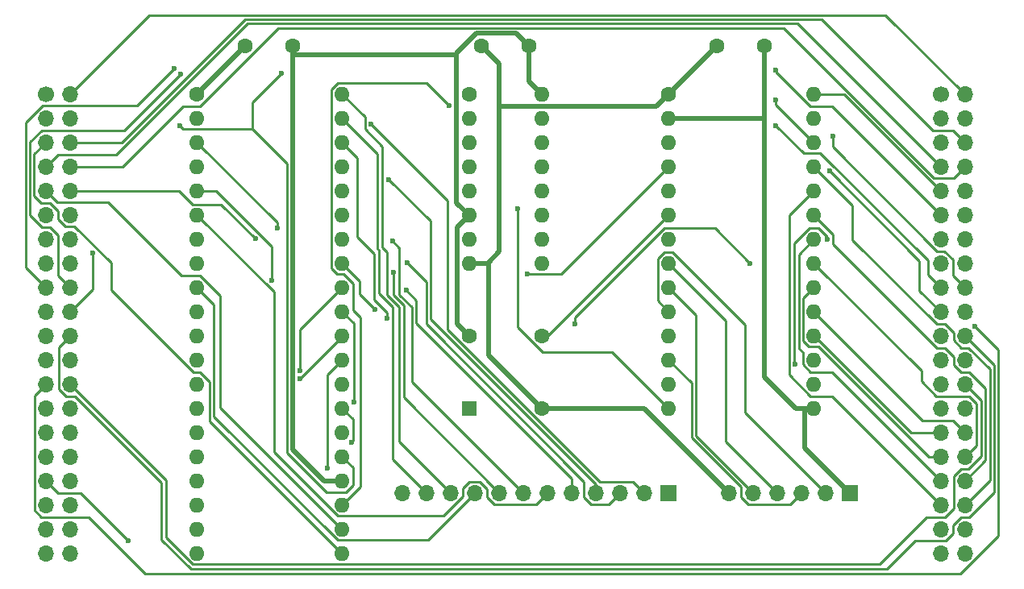
<source format=gbr>
%TF.GenerationSoftware,KiCad,Pcbnew,(5.1.8)-1*%
%TF.CreationDate,2020-12-28T18:03:26+00:00*%
%TF.ProjectId,io-board,696f2d62-6f61-4726-942e-6b696361645f,rev?*%
%TF.SameCoordinates,Original*%
%TF.FileFunction,Copper,L2,Bot*%
%TF.FilePolarity,Positive*%
%FSLAX46Y46*%
G04 Gerber Fmt 4.6, Leading zero omitted, Abs format (unit mm)*
G04 Created by KiCad (PCBNEW (5.1.8)-1) date 2020-12-28 18:03:26*
%MOMM*%
%LPD*%
G01*
G04 APERTURE LIST*
%TA.AperFunction,ComponentPad*%
%ADD10C,1.600000*%
%TD*%
%TA.AperFunction,ComponentPad*%
%ADD11O,1.700000X1.700000*%
%TD*%
%TA.AperFunction,ComponentPad*%
%ADD12R,1.700000X1.700000*%
%TD*%
%TA.AperFunction,ComponentPad*%
%ADD13O,1.600000X1.600000*%
%TD*%
%TA.AperFunction,ComponentPad*%
%ADD14C,1.700000*%
%TD*%
%TA.AperFunction,ComponentPad*%
%ADD15R,1.600000X1.600000*%
%TD*%
%TA.AperFunction,ViaPad*%
%ADD16C,0.600000*%
%TD*%
%TA.AperFunction,Conductor*%
%ADD17C,0.500000*%
%TD*%
%TA.AperFunction,Conductor*%
%ADD18C,0.250000*%
%TD*%
G04 APERTURE END LIST*
D10*
%TO.P,C3,1*%
%TO.N,GND*%
X116205000Y-60960000D03*
%TO.P,C3,2*%
%TO.N,+5V*%
X121205000Y-60960000D03*
%TD*%
%TO.P,C2,1*%
%TO.N,GND*%
X91440000Y-60960000D03*
%TO.P,C2,2*%
%TO.N,+5V*%
X96440000Y-60960000D03*
%TD*%
%TO.P,C1,1*%
%TO.N,GND*%
X66675000Y-60960000D03*
%TO.P,C1,2*%
%TO.N,+5V*%
X71675000Y-60960000D03*
%TD*%
D11*
%TO.P,J3,12*%
%TO.N,GND*%
X83185000Y-107950000D03*
%TO.P,J3,11*%
%TO.N,CA2*%
X85725000Y-107950000D03*
%TO.P,J3,10*%
%TO.N,CA1*%
X88265000Y-107950000D03*
%TO.P,J3,9*%
%TO.N,PA7*%
X90805000Y-107950000D03*
%TO.P,J3,8*%
%TO.N,PA6*%
X93345000Y-107950000D03*
%TO.P,J3,7*%
%TO.N,PA5*%
X95885000Y-107950000D03*
%TO.P,J3,6*%
%TO.N,PA4*%
X98425000Y-107950000D03*
%TO.P,J3,5*%
%TO.N,PA3*%
X100965000Y-107950000D03*
%TO.P,J3,4*%
%TO.N,PA2*%
X103505000Y-107950000D03*
%TO.P,J3,3*%
%TO.N,PA1*%
X106045000Y-107950000D03*
%TO.P,J3,2*%
%TO.N,PA0*%
X108585000Y-107950000D03*
D12*
%TO.P,J3,1*%
%TO.N,+5V*%
X111125000Y-107950000D03*
%TD*%
D13*
%TO.P,U1,40*%
%TO.N,CA1*%
X76835000Y-66040000D03*
%TO.P,U1,20*%
%TO.N,+5V*%
X61595000Y-114300000D03*
%TO.P,U1,39*%
%TO.N,CA2*%
X76835000Y-68580000D03*
%TO.P,U1,19*%
%TO.N,CB2*%
X61595000Y-111760000D03*
%TO.P,U1,38*%
%TO.N,A0*%
X76835000Y-71120000D03*
%TO.P,U1,18*%
%TO.N,CB1*%
X61595000Y-109220000D03*
%TO.P,U1,37*%
%TO.N,A1*%
X76835000Y-73660000D03*
%TO.P,U1,17*%
%TO.N,PB7*%
X61595000Y-106680000D03*
%TO.P,U1,36*%
%TO.N,A2*%
X76835000Y-76200000D03*
%TO.P,U1,16*%
%TO.N,PB6*%
X61595000Y-104140000D03*
%TO.P,U1,35*%
%TO.N,A3*%
X76835000Y-78740000D03*
%TO.P,U1,15*%
%TO.N,PB5*%
X61595000Y-101600000D03*
%TO.P,U1,34*%
%TO.N,!RESET*%
X76835000Y-81280000D03*
%TO.P,U1,14*%
%TO.N,PB4*%
X61595000Y-99060000D03*
%TO.P,U1,33*%
%TO.N,D0*%
X76835000Y-83820000D03*
%TO.P,U1,13*%
%TO.N,PB3*%
X61595000Y-96520000D03*
%TO.P,U1,32*%
%TO.N,D1*%
X76835000Y-86360000D03*
%TO.P,U1,12*%
%TO.N,PB2*%
X61595000Y-93980000D03*
%TO.P,U1,31*%
%TO.N,D2*%
X76835000Y-88900000D03*
%TO.P,U1,11*%
%TO.N,PB1*%
X61595000Y-91440000D03*
%TO.P,U1,30*%
%TO.N,D3*%
X76835000Y-91440000D03*
%TO.P,U1,10*%
%TO.N,PB0*%
X61595000Y-88900000D03*
%TO.P,U1,29*%
%TO.N,D4*%
X76835000Y-93980000D03*
%TO.P,U1,9*%
%TO.N,PA7*%
X61595000Y-86360000D03*
%TO.P,U1,28*%
%TO.N,D5*%
X76835000Y-96520000D03*
%TO.P,U1,8*%
%TO.N,PA6*%
X61595000Y-83820000D03*
%TO.P,U1,27*%
%TO.N,D6*%
X76835000Y-99060000D03*
%TO.P,U1,7*%
%TO.N,PA5*%
X61595000Y-81280000D03*
%TO.P,U1,26*%
%TO.N,D7*%
X76835000Y-101600000D03*
%TO.P,U1,6*%
%TO.N,PA4*%
X61595000Y-78740000D03*
%TO.P,U1,25*%
%TO.N,PHI2*%
X76835000Y-104140000D03*
%TO.P,U1,5*%
%TO.N,PA3*%
X61595000Y-76200000D03*
%TO.P,U1,24*%
%TO.N,+5V*%
X76835000Y-106680000D03*
%TO.P,U1,4*%
%TO.N,PA2*%
X61595000Y-73660000D03*
%TO.P,U1,23*%
%TO.N,!PARALLEL_SELECT*%
X76835000Y-109220000D03*
%TO.P,U1,3*%
%TO.N,PA1*%
X61595000Y-71120000D03*
%TO.P,U1,22*%
%TO.N,R!W*%
X76835000Y-111760000D03*
%TO.P,U1,2*%
%TO.N,PA0*%
X61595000Y-68580000D03*
%TO.P,U1,21*%
%TO.N,!IRQ*%
X76835000Y-114300000D03*
D10*
%TO.P,U1,1*%
%TO.N,GND*%
X61595000Y-66040000D03*
%TD*%
D11*
%TO.P,J5,6*%
%TO.N,GND*%
X117475000Y-107950000D03*
%TO.P,J5,5*%
%TO.N,CTS*%
X120015000Y-107950000D03*
%TO.P,J5,4*%
%TO.N,RTS*%
X122555000Y-107950000D03*
%TO.P,J5,3*%
%TO.N,RXD*%
X125095000Y-107950000D03*
%TO.P,J5,2*%
%TO.N,TXD*%
X127635000Y-107950000D03*
D12*
%TO.P,J5,1*%
%TO.N,+5V*%
X130175000Y-107950000D03*
%TD*%
D11*
%TO.P,J2,40*%
%TO.N,GND*%
X142240000Y-114300000D03*
%TO.P,J2,39*%
X139700000Y-114300000D03*
%TO.P,J2,38*%
%TO.N,+5V*%
X142240000Y-111760000D03*
%TO.P,J2,37*%
X139700000Y-111760000D03*
%TO.P,J2,36*%
%TO.N,D7*%
X142240000Y-109220000D03*
%TO.P,J2,35*%
%TO.N,D6*%
X139700000Y-109220000D03*
%TO.P,J2,34*%
%TO.N,D5*%
X142240000Y-106680000D03*
%TO.P,J2,33*%
%TO.N,D4*%
X139700000Y-106680000D03*
%TO.P,J2,32*%
%TO.N,D3*%
X142240000Y-104140000D03*
%TO.P,J2,31*%
%TO.N,D2*%
X139700000Y-104140000D03*
%TO.P,J2,30*%
%TO.N,D1*%
X142240000Y-101600000D03*
%TO.P,J2,29*%
%TO.N,D0*%
X139700000Y-101600000D03*
%TO.P,J2,28*%
%TO.N,A15*%
X142240000Y-99060000D03*
%TO.P,J2,27*%
%TO.N,A14*%
X139700000Y-99060000D03*
%TO.P,J2,26*%
%TO.N,A13*%
X142240000Y-96520000D03*
%TO.P,J2,25*%
%TO.N,A12*%
X139700000Y-96520000D03*
%TO.P,J2,24*%
%TO.N,A11*%
X142240000Y-93980000D03*
%TO.P,J2,23*%
%TO.N,A10*%
X139700000Y-93980000D03*
%TO.P,J2,22*%
%TO.N,A9*%
X142240000Y-91440000D03*
%TO.P,J2,21*%
%TO.N,A8*%
X139700000Y-91440000D03*
%TO.P,J2,20*%
%TO.N,A7*%
X142240000Y-88900000D03*
%TO.P,J2,19*%
%TO.N,A6*%
X139700000Y-88900000D03*
%TO.P,J2,18*%
%TO.N,A5*%
X142240000Y-86360000D03*
%TO.P,J2,17*%
%TO.N,A4*%
X139700000Y-86360000D03*
%TO.P,J2,16*%
%TO.N,A3*%
X142240000Y-83820000D03*
%TO.P,J2,15*%
%TO.N,A2*%
X139700000Y-83820000D03*
%TO.P,J2,14*%
%TO.N,A1*%
X142240000Y-81280000D03*
%TO.P,J2,13*%
%TO.N,A0*%
X139700000Y-81280000D03*
%TO.P,J2,12*%
%TO.N,!P_SELECT*%
X142240000Y-78740000D03*
%TO.P,J2,11*%
%TO.N,RDY*%
X139700000Y-78740000D03*
%TO.P,J2,10*%
%TO.N,!RESET*%
X142240000Y-76200000D03*
%TO.P,J2,9*%
%TO.N,R!W*%
X139700000Y-76200000D03*
%TO.P,J2,8*%
%TO.N,!WRITE*%
X142240000Y-73660000D03*
%TO.P,J2,7*%
%TO.N,!READ*%
X139700000Y-73660000D03*
%TO.P,J2,6*%
%TO.N,!NMI*%
X142240000Y-71120000D03*
%TO.P,J2,5*%
%TO.N,!IRQ*%
X139700000Y-71120000D03*
%TO.P,J2,4*%
%TO.N,PHI2*%
X142240000Y-68580000D03*
%TO.P,J2,3*%
%TO.N,PHI1*%
X139700000Y-68580000D03*
%TO.P,J2,2*%
%TO.N,CLK*%
X142240000Y-66040000D03*
D14*
%TO.P,J2,1*%
%TO.N,GND*%
X139700000Y-66040000D03*
%TD*%
D10*
%TO.P,X1,4*%
%TO.N,GND*%
X97790000Y-99060000D03*
%TO.P,X1,5*%
%TO.N,CLK_S*%
X97790000Y-91440000D03*
%TO.P,X1,8*%
%TO.N,+5V*%
X90170000Y-91440000D03*
D15*
%TO.P,X1,1*%
%TO.N,Net-(X1-Pad1)*%
X90170000Y-99060000D03*
%TD*%
D13*
%TO.P,U2,16*%
%TO.N,+5V*%
X97790000Y-66040000D03*
%TO.P,U2,8*%
%TO.N,GND*%
X90170000Y-83820000D03*
%TO.P,U2,15*%
%TO.N,!PARALLEL_SELECT*%
X97790000Y-68580000D03*
%TO.P,U2,7*%
%TO.N,Net-(U2-Pad7)*%
X90170000Y-81280000D03*
%TO.P,U2,14*%
%TO.N,!SERIAL_SELECT*%
X97790000Y-71120000D03*
%TO.P,U2,6*%
%TO.N,+5V*%
X90170000Y-78740000D03*
%TO.P,U2,13*%
%TO.N,Net-(U2-Pad13)*%
X97790000Y-73660000D03*
%TO.P,U2,5*%
%TO.N,A7*%
X90170000Y-76200000D03*
%TO.P,U2,12*%
%TO.N,Net-(U2-Pad12)*%
X97790000Y-76200000D03*
%TO.P,U2,4*%
%TO.N,!P_SELECT*%
X90170000Y-73660000D03*
%TO.P,U2,11*%
%TO.N,Net-(U2-Pad11)*%
X97790000Y-78740000D03*
%TO.P,U2,3*%
%TO.N,A6*%
X90170000Y-71120000D03*
%TO.P,U2,10*%
%TO.N,Net-(U2-Pad10)*%
X97790000Y-81280000D03*
%TO.P,U2,2*%
%TO.N,A5*%
X90170000Y-68580000D03*
%TO.P,U2,9*%
%TO.N,Net-(U2-Pad9)*%
X97790000Y-83820000D03*
D10*
%TO.P,U2,1*%
%TO.N,A4*%
X90170000Y-66040000D03*
%TD*%
D13*
%TO.P,U3,28*%
%TO.N,R!W*%
X126365000Y-66040000D03*
%TO.P,U3,14*%
%TO.N,A1*%
X111125000Y-99060000D03*
%TO.P,U3,27*%
%TO.N,PHI2*%
X126365000Y-68580000D03*
%TO.P,U3,13*%
%TO.N,A0*%
X111125000Y-96520000D03*
%TO.P,U3,26*%
%TO.N,!IRQ*%
X126365000Y-71120000D03*
%TO.P,U3,12*%
%TO.N,RXD*%
X111125000Y-93980000D03*
%TO.P,U3,25*%
%TO.N,D7*%
X126365000Y-73660000D03*
%TO.P,U3,11*%
%TO.N,Net-(U3-Pad11)*%
X111125000Y-91440000D03*
%TO.P,U3,24*%
%TO.N,D6*%
X126365000Y-76200000D03*
%TO.P,U3,10*%
%TO.N,TXD*%
X111125000Y-88900000D03*
%TO.P,U3,23*%
%TO.N,D5*%
X126365000Y-78740000D03*
%TO.P,U3,9*%
%TO.N,CTS*%
X111125000Y-86360000D03*
%TO.P,U3,22*%
%TO.N,D4*%
X126365000Y-81280000D03*
%TO.P,U3,8*%
%TO.N,RTS*%
X111125000Y-83820000D03*
%TO.P,U3,21*%
%TO.N,D3*%
X126365000Y-83820000D03*
%TO.P,U3,7*%
%TO.N,Net-(U3-Pad7)*%
X111125000Y-81280000D03*
%TO.P,U3,20*%
%TO.N,D2*%
X126365000Y-86360000D03*
%TO.P,U3,6*%
%TO.N,CLK_S*%
X111125000Y-78740000D03*
%TO.P,U3,19*%
%TO.N,D1*%
X126365000Y-88900000D03*
%TO.P,U3,5*%
%TO.N,Net-(U3-Pad5)*%
X111125000Y-76200000D03*
%TO.P,U3,18*%
%TO.N,D0*%
X126365000Y-91440000D03*
%TO.P,U3,4*%
%TO.N,!RESET*%
X111125000Y-73660000D03*
%TO.P,U3,17*%
%TO.N,Net-(U3-Pad17)*%
X126365000Y-93980000D03*
%TO.P,U3,3*%
%TO.N,!SERIAL_SELECT*%
X111125000Y-71120000D03*
%TO.P,U3,16*%
%TO.N,Net-(U3-Pad16)*%
X126365000Y-96520000D03*
%TO.P,U3,2*%
%TO.N,+5V*%
X111125000Y-68580000D03*
%TO.P,U3,15*%
X126365000Y-99060000D03*
D10*
%TO.P,U3,1*%
%TO.N,GND*%
X111125000Y-66040000D03*
%TD*%
D11*
%TO.P,J1,40*%
%TO.N,GND*%
X48260000Y-114300000D03*
%TO.P,J1,39*%
X45720000Y-114300000D03*
%TO.P,J1,38*%
%TO.N,+5V*%
X48260000Y-111760000D03*
%TO.P,J1,37*%
X45720000Y-111760000D03*
%TO.P,J1,36*%
%TO.N,D7*%
X48260000Y-109220000D03*
%TO.P,J1,35*%
%TO.N,D6*%
X45720000Y-109220000D03*
%TO.P,J1,34*%
%TO.N,D5*%
X48260000Y-106680000D03*
%TO.P,J1,33*%
%TO.N,D4*%
X45720000Y-106680000D03*
%TO.P,J1,32*%
%TO.N,D3*%
X48260000Y-104140000D03*
%TO.P,J1,31*%
%TO.N,D2*%
X45720000Y-104140000D03*
%TO.P,J1,30*%
%TO.N,D1*%
X48260000Y-101600000D03*
%TO.P,J1,29*%
%TO.N,D0*%
X45720000Y-101600000D03*
%TO.P,J1,28*%
%TO.N,A15*%
X48260000Y-99060000D03*
%TO.P,J1,27*%
%TO.N,A14*%
X45720000Y-99060000D03*
%TO.P,J1,26*%
%TO.N,A13*%
X48260000Y-96520000D03*
%TO.P,J1,25*%
%TO.N,A12*%
X45720000Y-96520000D03*
%TO.P,J1,24*%
%TO.N,A11*%
X48260000Y-93980000D03*
%TO.P,J1,23*%
%TO.N,A10*%
X45720000Y-93980000D03*
%TO.P,J1,22*%
%TO.N,A9*%
X48260000Y-91440000D03*
%TO.P,J1,21*%
%TO.N,A8*%
X45720000Y-91440000D03*
%TO.P,J1,20*%
%TO.N,A7*%
X48260000Y-88900000D03*
%TO.P,J1,19*%
%TO.N,A6*%
X45720000Y-88900000D03*
%TO.P,J1,18*%
%TO.N,A5*%
X48260000Y-86360000D03*
%TO.P,J1,17*%
%TO.N,A4*%
X45720000Y-86360000D03*
%TO.P,J1,16*%
%TO.N,A3*%
X48260000Y-83820000D03*
%TO.P,J1,15*%
%TO.N,A2*%
X45720000Y-83820000D03*
%TO.P,J1,14*%
%TO.N,A1*%
X48260000Y-81280000D03*
%TO.P,J1,13*%
%TO.N,A0*%
X45720000Y-81280000D03*
%TO.P,J1,12*%
%TO.N,!P_SELECT*%
X48260000Y-78740000D03*
%TO.P,J1,11*%
%TO.N,RDY*%
X45720000Y-78740000D03*
%TO.P,J1,10*%
%TO.N,!RESET*%
X48260000Y-76200000D03*
%TO.P,J1,9*%
%TO.N,R!W*%
X45720000Y-76200000D03*
%TO.P,J1,8*%
%TO.N,!WRITE*%
X48260000Y-73660000D03*
%TO.P,J1,7*%
%TO.N,!READ*%
X45720000Y-73660000D03*
%TO.P,J1,6*%
%TO.N,!NMI*%
X48260000Y-71120000D03*
%TO.P,J1,5*%
%TO.N,!IRQ*%
X45720000Y-71120000D03*
%TO.P,J1,4*%
%TO.N,PHI2*%
X48260000Y-68580000D03*
%TO.P,J1,3*%
%TO.N,PHI1*%
X45720000Y-68580000D03*
%TO.P,J1,2*%
%TO.N,CLK*%
X48260000Y-66040000D03*
D14*
%TO.P,J1,1*%
%TO.N,GND*%
X45720000Y-66040000D03*
%TD*%
D16*
%TO.N,D6*%
X77829500Y-102606200D03*
%TO.N,D4*%
X54393300Y-112949300D03*
X75301300Y-105302000D03*
%TO.N,D3*%
X72429600Y-95955400D03*
X101315900Y-90222300D03*
X119688000Y-83820000D03*
%TO.N,D2*%
X78073900Y-98427800D03*
%TO.N,D1*%
X72439700Y-95060900D03*
%TO.N,D0*%
X80280100Y-88648300D03*
%TO.N,A12*%
X143276400Y-90403000D03*
%TO.N,A7*%
X50645700Y-82742100D03*
%TO.N,A6*%
X128054500Y-74135900D03*
%TO.N,A5*%
X59855200Y-63969100D03*
X128339700Y-70440000D03*
%TO.N,A4*%
X59210700Y-63346300D03*
X122386800Y-69319300D03*
%TO.N,A1*%
X95268600Y-78101600D03*
%TO.N,A0*%
X127792400Y-81280000D03*
X124429300Y-94379800D03*
X81549600Y-89586500D03*
%TO.N,!RESET*%
X67720500Y-81200300D03*
X96263400Y-84975500D03*
%TO.N,RDY*%
X122386800Y-63470800D03*
%TO.N,!IRQ*%
X122386800Y-66675000D03*
%TO.N,PHI2*%
X70495800Y-63885600D03*
X59786100Y-69344300D03*
%TO.N,PA6*%
X82219400Y-84798700D03*
%TO.N,PA5*%
X82112900Y-81496000D03*
%TO.N,PA3*%
X83570300Y-86625600D03*
X69482700Y-85597200D03*
%TO.N,PA2*%
X81743700Y-74989200D03*
%TO.N,PA1*%
X83634200Y-83723100D03*
X70004800Y-80148800D03*
%TO.N,PA0*%
X79854700Y-69223600D03*
%TO.N,!PARALLEL_SELECT*%
X88105000Y-67239500D03*
%TD*%
D17*
%TO.N,GND*%
X97790000Y-99060000D02*
X108585000Y-99060000D01*
X108585000Y-99060000D02*
X117475000Y-107950000D01*
X92189000Y-83706000D02*
X92189000Y-93459000D01*
X92189000Y-93459000D02*
X97790000Y-99060000D01*
X93345000Y-67310000D02*
X109855000Y-67310000D01*
X109855000Y-67310000D02*
X111125000Y-66040000D01*
X93345000Y-67310000D02*
X93345000Y-82550000D01*
X93345000Y-82550000D02*
X92189000Y-83706000D01*
X91440000Y-60960000D02*
X93345000Y-62865000D01*
X93345000Y-62865000D02*
X93345000Y-67310000D01*
X92189000Y-83706000D02*
X92075000Y-83820000D01*
X92075000Y-83820000D02*
X90170000Y-83820000D01*
X116205000Y-60960000D02*
X111125000Y-66040000D01*
X66675000Y-60960000D02*
X61595000Y-66040000D01*
%TO.N,+5V*%
X88880400Y-61937500D02*
X88880400Y-77450400D01*
X88880400Y-77450400D02*
X90170000Y-78740000D01*
X96440000Y-60960000D02*
X95139400Y-59659400D01*
X95139400Y-59659400D02*
X90944800Y-59659400D01*
X90944800Y-59659400D02*
X88880400Y-61723800D01*
X88880400Y-61723800D02*
X88880400Y-61937500D01*
X71675000Y-61937500D02*
X88880400Y-61937500D01*
X71675000Y-61937500D02*
X71675000Y-103425000D01*
X71675000Y-103425000D02*
X74930000Y-106680000D01*
X74930000Y-106680000D02*
X76835000Y-106680000D01*
X71675000Y-60960000D02*
X71675000Y-61937500D01*
X96440000Y-60960000D02*
X96440000Y-64690000D01*
X96440000Y-64690000D02*
X97790000Y-66040000D01*
X121205000Y-68580000D02*
X121205000Y-95805000D01*
X121205000Y-95805000D02*
X124460000Y-99060000D01*
X124460000Y-99060000D02*
X125412500Y-99060000D01*
X121205000Y-60960000D02*
X121205000Y-68580000D01*
X121205000Y-68580000D02*
X111125000Y-68580000D01*
X90170000Y-78740000D02*
X88913500Y-79996500D01*
X88913500Y-79996500D02*
X88913500Y-90183500D01*
X88913500Y-90183500D02*
X90170000Y-91440000D01*
X125412500Y-99060000D02*
X125412500Y-103187500D01*
X125412500Y-103187500D02*
X130175000Y-107950000D01*
X125412500Y-99060000D02*
X126365000Y-99060000D01*
D18*
%TO.N,D7*%
X126365000Y-73660000D02*
X130446300Y-77741300D01*
X130446300Y-77741300D02*
X130446300Y-81363500D01*
X130446300Y-81363500D02*
X139264700Y-90181900D01*
X139264700Y-90181900D02*
X140106100Y-90181900D01*
X140106100Y-90181900D02*
X141048600Y-91124400D01*
X141048600Y-91124400D02*
X141048600Y-91917300D01*
X141048600Y-91917300D02*
X141841300Y-92710000D01*
X141841300Y-92710000D02*
X142641300Y-92710000D01*
X142641300Y-92710000D02*
X144846000Y-94914700D01*
X144846000Y-94914700D02*
X144846000Y-106614000D01*
X144846000Y-106614000D02*
X142240000Y-109220000D01*
%TO.N,D6*%
X126365000Y-76200000D02*
X123801900Y-78763100D01*
X123801900Y-78763100D02*
X123801900Y-95552600D01*
X123801900Y-95552600D02*
X126039300Y-97790000D01*
X126039300Y-97790000D02*
X128270000Y-97790000D01*
X128270000Y-97790000D02*
X139700000Y-109220000D01*
X76835000Y-99060000D02*
X77970200Y-100195200D01*
X77970200Y-100195200D02*
X77970200Y-102465500D01*
X77970200Y-102465500D02*
X77829500Y-102606200D01*
%TO.N,D5*%
X142240000Y-106680000D02*
X144395600Y-104524400D01*
X144395600Y-104524400D02*
X144395600Y-96984000D01*
X144395600Y-96984000D02*
X142661600Y-95250000D01*
X142661600Y-95250000D02*
X141809000Y-95250000D01*
X141809000Y-95250000D02*
X141064600Y-94505600D01*
X141064600Y-94505600D02*
X141064600Y-93644600D01*
X141064600Y-93644600D02*
X140131700Y-92711700D01*
X140131700Y-92711700D02*
X139309200Y-92711700D01*
X139309200Y-92711700D02*
X128417700Y-81820200D01*
X128417700Y-81820200D02*
X128417700Y-80792700D01*
X128417700Y-80792700D02*
X126365000Y-78740000D01*
%TO.N,D4*%
X126365000Y-81280000D02*
X124782600Y-82862400D01*
X124782600Y-82862400D02*
X124782600Y-92757500D01*
X124782600Y-92757500D02*
X125223400Y-93198300D01*
X125223400Y-93198300D02*
X125223400Y-94456600D01*
X125223400Y-94456600D02*
X126016800Y-95250000D01*
X126016800Y-95250000D02*
X128270000Y-95250000D01*
X128270000Y-95250000D02*
X139700000Y-106680000D01*
X45720000Y-106680000D02*
X46990000Y-107950000D01*
X46990000Y-107950000D02*
X49394000Y-107950000D01*
X49394000Y-107950000D02*
X54393300Y-112949300D01*
X76835000Y-93980000D02*
X75301300Y-95513700D01*
X75301300Y-95513700D02*
X75301300Y-105302000D01*
%TO.N,D3*%
X119688000Y-83820000D02*
X116017000Y-80149000D01*
X116017000Y-80149000D02*
X110651100Y-80149000D01*
X110651100Y-80149000D02*
X101315900Y-89484200D01*
X101315900Y-89484200D02*
X101315900Y-90222300D01*
X76835000Y-91440000D02*
X76835000Y-91550000D01*
X76835000Y-91550000D02*
X72429600Y-95955400D01*
X142240000Y-104140000D02*
X143434300Y-102945700D01*
X143434300Y-102945700D02*
X143434300Y-98561600D01*
X143434300Y-98561600D02*
X142662700Y-97790000D01*
X142662700Y-97790000D02*
X139253000Y-97790000D01*
X139253000Y-97790000D02*
X137671900Y-96208900D01*
X137671900Y-96208900D02*
X137671900Y-95126900D01*
X137671900Y-95126900D02*
X126365000Y-83820000D01*
%TO.N,D2*%
X139700000Y-104140000D02*
X138455600Y-104140000D01*
X138455600Y-104140000D02*
X126881000Y-92565400D01*
X126881000Y-92565400D02*
X125867900Y-92565400D01*
X125867900Y-92565400D02*
X125233000Y-91930500D01*
X125233000Y-91930500D02*
X125233000Y-87492000D01*
X125233000Y-87492000D02*
X126365000Y-86360000D01*
X76835000Y-88900000D02*
X78073900Y-90138900D01*
X78073900Y-90138900D02*
X78073900Y-98427800D01*
%TO.N,D1*%
X126365000Y-88900000D02*
X137795000Y-100330000D01*
X137795000Y-100330000D02*
X140970000Y-100330000D01*
X140970000Y-100330000D02*
X142240000Y-101600000D01*
X76835000Y-86360000D02*
X72439700Y-90755300D01*
X72439700Y-90755300D02*
X72439700Y-95060900D01*
%TO.N,D0*%
X80280100Y-88648300D02*
X78699900Y-87068100D01*
X78699900Y-87068100D02*
X78699900Y-85684900D01*
X78699900Y-85684900D02*
X76835000Y-83820000D01*
X126365000Y-91440000D02*
X126392600Y-91440000D01*
X126392600Y-91440000D02*
X136552600Y-101600000D01*
X136552600Y-101600000D02*
X139700000Y-101600000D01*
%TO.N,A13*%
X48260000Y-96520000D02*
X58320200Y-106580200D01*
X58320200Y-106580200D02*
X58320200Y-112617500D01*
X58320200Y-112617500D02*
X61153900Y-115451200D01*
X61153900Y-115451200D02*
X133249900Y-115451200D01*
X133249900Y-115451200D02*
X138211100Y-110490000D01*
X138211100Y-110490000D02*
X140148300Y-110490000D01*
X140148300Y-110490000D02*
X141064600Y-109573700D01*
X141064600Y-109573700D02*
X141064600Y-106154400D01*
X141064600Y-106154400D02*
X141809000Y-105410000D01*
X141809000Y-105410000D02*
X142635700Y-105410000D01*
X142635700Y-105410000D02*
X143936100Y-104109600D01*
X143936100Y-104109600D02*
X143936100Y-98216100D01*
X143936100Y-98216100D02*
X142240000Y-96520000D01*
%TO.N,A12*%
X45720000Y-96520000D02*
X44523400Y-97716600D01*
X44523400Y-97716600D02*
X44523400Y-109761900D01*
X44523400Y-109761900D02*
X45251500Y-110490000D01*
X45251500Y-110490000D02*
X50200000Y-110490000D01*
X50200000Y-110490000D02*
X56148300Y-116438300D01*
X56148300Y-116438300D02*
X141764400Y-116438300D01*
X141764400Y-116438300D02*
X145746600Y-112456100D01*
X145746600Y-112456100D02*
X145746600Y-92873200D01*
X145746600Y-92873200D02*
X143276400Y-90403000D01*
%TO.N,A9*%
X48260000Y-91440000D02*
X47084600Y-92615400D01*
X47084600Y-92615400D02*
X47084600Y-97045600D01*
X47084600Y-97045600D02*
X47829000Y-97790000D01*
X47829000Y-97790000D02*
X48760100Y-97790000D01*
X48760100Y-97790000D02*
X57869800Y-106899700D01*
X57869800Y-106899700D02*
X57869800Y-112836300D01*
X57869800Y-112836300D02*
X60976800Y-115943300D01*
X60976800Y-115943300D02*
X134032500Y-115943300D01*
X134032500Y-115943300D02*
X137040400Y-112935400D01*
X137040400Y-112935400D02*
X140225600Y-112935400D01*
X140225600Y-112935400D02*
X140996500Y-112164500D01*
X140996500Y-112164500D02*
X140996500Y-111315900D01*
X140996500Y-111315900D02*
X141839600Y-110472800D01*
X141839600Y-110472800D02*
X142726000Y-110472800D01*
X142726000Y-110472800D02*
X145296300Y-107902500D01*
X145296300Y-107902500D02*
X145296300Y-94496300D01*
X145296300Y-94496300D02*
X142240000Y-91440000D01*
%TO.N,A7*%
X50645700Y-82742100D02*
X50645700Y-86514300D01*
X50645700Y-86514300D02*
X48260000Y-88900000D01*
%TO.N,A6*%
X128054500Y-74135900D02*
X137472700Y-83554100D01*
X137472700Y-83554100D02*
X137472700Y-86672700D01*
X137472700Y-86672700D02*
X139700000Y-88900000D01*
%TO.N,A5*%
X59855200Y-63969100D02*
X53974300Y-69850000D01*
X53974300Y-69850000D02*
X45300700Y-69850000D01*
X45300700Y-69850000D02*
X44062400Y-71088300D01*
X44062400Y-71088300D02*
X44062400Y-78761200D01*
X44062400Y-78761200D02*
X45329100Y-80027900D01*
X45329100Y-80027900D02*
X46159800Y-80027900D01*
X46159800Y-80027900D02*
X46990000Y-80858100D01*
X46990000Y-80858100D02*
X46990000Y-85090000D01*
X46990000Y-85090000D02*
X48260000Y-86360000D01*
X142240000Y-86360000D02*
X140970000Y-85090000D01*
X140970000Y-85090000D02*
X140970000Y-83425200D01*
X140970000Y-83425200D02*
X140094800Y-82550000D01*
X140094800Y-82550000D02*
X139305800Y-82550000D01*
X139305800Y-82550000D02*
X128339700Y-71583900D01*
X128339700Y-71583900D02*
X128339700Y-70440000D01*
%TO.N,A4*%
X59210700Y-63346300D02*
X55301500Y-67255500D01*
X55301500Y-67255500D02*
X45364800Y-67255500D01*
X45364800Y-67255500D02*
X43602800Y-69017500D01*
X43602800Y-69017500D02*
X43602800Y-84242800D01*
X43602800Y-84242800D02*
X45720000Y-86360000D01*
X139700000Y-86360000D02*
X138335400Y-84995400D01*
X138335400Y-84995400D02*
X138335400Y-83532400D01*
X138335400Y-83532400D02*
X127053000Y-72250000D01*
X127053000Y-72250000D02*
X125317500Y-72250000D01*
X125317500Y-72250000D02*
X122386800Y-69319300D01*
%TO.N,A1*%
X111125000Y-99060000D02*
X105212300Y-93147300D01*
X105212300Y-93147300D02*
X97891500Y-93147300D01*
X97891500Y-93147300D02*
X95268600Y-90524400D01*
X95268600Y-90524400D02*
X95268600Y-78101600D01*
%TO.N,A0*%
X76835000Y-71120000D02*
X78437700Y-72722700D01*
X78437700Y-72722700D02*
X78437700Y-81010100D01*
X78437700Y-81010100D02*
X80243000Y-82815400D01*
X80243000Y-82815400D02*
X80243000Y-87679800D01*
X80243000Y-87679800D02*
X81549600Y-88986400D01*
X81549600Y-88986400D02*
X81549600Y-89586500D01*
X127792400Y-81280000D02*
X127792400Y-81062900D01*
X127792400Y-81062900D02*
X126873900Y-80144400D01*
X126873900Y-80144400D02*
X125903100Y-80144400D01*
X125903100Y-80144400D02*
X124330100Y-81717400D01*
X124330100Y-81717400D02*
X124330100Y-94280600D01*
X124330100Y-94280600D02*
X124429300Y-94379800D01*
%TO.N,!RESET*%
X48260000Y-76200000D02*
X59720000Y-76200000D01*
X59720000Y-76200000D02*
X61134600Y-77614600D01*
X61134600Y-77614600D02*
X64134800Y-77614600D01*
X64134800Y-77614600D02*
X67720500Y-81200300D01*
X111125000Y-73660000D02*
X99809500Y-84975500D01*
X99809500Y-84975500D02*
X96263400Y-84975500D01*
%TO.N,CLK*%
X48260000Y-66040000D02*
X56577800Y-57722200D01*
X56577800Y-57722200D02*
X133922200Y-57722200D01*
X133922200Y-57722200D02*
X142240000Y-66040000D01*
%TO.N,!READ*%
X45720000Y-73660000D02*
X46990000Y-72390000D01*
X46990000Y-72390000D02*
X53141400Y-72390000D01*
X53141400Y-72390000D02*
X66897800Y-58633600D01*
X66897800Y-58633600D02*
X124673600Y-58633600D01*
X124673600Y-58633600D02*
X139700000Y-73660000D01*
%TO.N,!WRITE*%
X48260000Y-73660000D02*
X53746800Y-73660000D01*
X53746800Y-73660000D02*
X60096800Y-67310000D01*
X60096800Y-67310000D02*
X61924900Y-67310000D01*
X61924900Y-67310000D02*
X70150900Y-59084000D01*
X70150900Y-59084000D02*
X123220900Y-59084000D01*
X123220900Y-59084000D02*
X138987500Y-74850600D01*
X138987500Y-74850600D02*
X141049400Y-74850600D01*
X141049400Y-74850600D02*
X142240000Y-73660000D01*
%TO.N,R!W*%
X76835000Y-111760000D02*
X64071300Y-98996300D01*
X64071300Y-98996300D02*
X64071300Y-87238600D01*
X64071300Y-87238600D02*
X61922700Y-85090000D01*
X61922700Y-85090000D02*
X59951100Y-85090000D01*
X59951100Y-85090000D02*
X52261100Y-77400000D01*
X52261100Y-77400000D02*
X46920000Y-77400000D01*
X46920000Y-77400000D02*
X45720000Y-76200000D01*
X126365000Y-66040000D02*
X129540000Y-66040000D01*
X129540000Y-66040000D02*
X139700000Y-76200000D01*
%TO.N,RDY*%
X122386800Y-63470800D02*
X122386800Y-63666400D01*
X122386800Y-63666400D02*
X126030400Y-67310000D01*
X126030400Y-67310000D02*
X128270000Y-67310000D01*
X128270000Y-67310000D02*
X139700000Y-78740000D01*
%TO.N,!NMI*%
X142240000Y-71120000D02*
X140970000Y-69850000D01*
X140970000Y-69850000D02*
X138836500Y-69850000D01*
X138836500Y-69850000D02*
X127159100Y-58172600D01*
X127159100Y-58172600D02*
X66660300Y-58172600D01*
X66660300Y-58172600D02*
X53712900Y-71120000D01*
X53712900Y-71120000D02*
X48260000Y-71120000D01*
%TO.N,!IRQ*%
X76835000Y-114300000D02*
X62945500Y-100410500D01*
X62945500Y-100410500D02*
X62945500Y-96273000D01*
X62945500Y-96273000D02*
X61922500Y-95250000D01*
X61922500Y-95250000D02*
X61196100Y-95250000D01*
X61196100Y-95250000D02*
X52588500Y-86642400D01*
X52588500Y-86642400D02*
X52588500Y-83789400D01*
X52588500Y-83789400D02*
X48714500Y-79915400D01*
X48714500Y-79915400D02*
X47734400Y-79915400D01*
X47734400Y-79915400D02*
X46990000Y-79171000D01*
X46990000Y-79171000D02*
X46990000Y-78325200D01*
X46990000Y-78325200D02*
X46134800Y-77470000D01*
X46134800Y-77470000D02*
X45240300Y-77470000D01*
X45240300Y-77470000D02*
X44512800Y-76742500D01*
X44512800Y-76742500D02*
X44512800Y-72327200D01*
X44512800Y-72327200D02*
X45720000Y-71120000D01*
X126365000Y-71120000D02*
X122386800Y-67141800D01*
X122386800Y-67141800D02*
X122386800Y-66675000D01*
%TO.N,PHI2*%
X67441600Y-69705400D02*
X67441600Y-66939800D01*
X67441600Y-66939800D02*
X70495800Y-63885600D01*
X67441600Y-69705400D02*
X60147200Y-69705400D01*
X60147200Y-69705400D02*
X59786100Y-69344300D01*
X76835000Y-104140000D02*
X77968000Y-105273000D01*
X77968000Y-105273000D02*
X77968000Y-107146300D01*
X77968000Y-107146300D02*
X77264800Y-107849500D01*
X77264800Y-107849500D02*
X75238900Y-107849500D01*
X75238900Y-107849500D02*
X71099600Y-103710200D01*
X71099600Y-103710200D02*
X71099600Y-73363400D01*
X71099600Y-73363400D02*
X67441600Y-69705400D01*
%TO.N,CA1*%
X76835000Y-66040000D02*
X79229400Y-68434400D01*
X79229400Y-68434400D02*
X79229400Y-69708000D01*
X79229400Y-69708000D02*
X81058700Y-71537300D01*
X81058700Y-71537300D02*
X81058700Y-82132100D01*
X81058700Y-82132100D02*
X81594100Y-82667500D01*
X81594100Y-82667500D02*
X81594100Y-87132900D01*
X81594100Y-87132900D02*
X82856500Y-88395300D01*
X82856500Y-88395300D02*
X82856500Y-102541500D01*
X82856500Y-102541500D02*
X88265000Y-107950000D01*
%TO.N,PA7*%
X61595000Y-86360000D02*
X63395900Y-88160900D01*
X63395900Y-88160900D02*
X63395900Y-99914100D01*
X63395900Y-99914100D02*
X76376300Y-112894500D01*
X76376300Y-112894500D02*
X85860500Y-112894500D01*
X85860500Y-112894500D02*
X90805000Y-107950000D01*
%TO.N,PA6*%
X93345000Y-107950000D02*
X83306800Y-97911800D01*
X83306800Y-97911800D02*
X83306800Y-88196000D01*
X83306800Y-88196000D02*
X82219400Y-87108600D01*
X82219400Y-87108600D02*
X82219400Y-84798700D01*
%TO.N,PA5*%
X95885000Y-107950000D02*
X84188600Y-96253600D01*
X84188600Y-96253600D02*
X84188600Y-88440900D01*
X84188600Y-88440900D02*
X82844700Y-87097000D01*
X82844700Y-87097000D02*
X82844700Y-82227800D01*
X82844700Y-82227800D02*
X82112900Y-81496000D01*
%TO.N,PA4*%
X61595000Y-78740000D02*
X69664300Y-86809300D01*
X69664300Y-86809300D02*
X69664300Y-103642500D01*
X69664300Y-103642500D02*
X76390700Y-110368900D01*
X76390700Y-110368900D02*
X87508400Y-110368900D01*
X87508400Y-110368900D02*
X89535000Y-108342300D01*
X89535000Y-108342300D02*
X89535000Y-107460500D01*
X89535000Y-107460500D02*
X90221000Y-106774500D01*
X90221000Y-106774500D02*
X91295900Y-106774500D01*
X91295900Y-106774500D02*
X92075000Y-107553600D01*
X92075000Y-107553600D02*
X92075000Y-108364500D01*
X92075000Y-108364500D02*
X92843400Y-109132900D01*
X92843400Y-109132900D02*
X97242100Y-109132900D01*
X97242100Y-109132900D02*
X98425000Y-107950000D01*
%TO.N,PA3*%
X100965000Y-107950000D02*
X100965000Y-106402600D01*
X100965000Y-106402600D02*
X84639100Y-90076700D01*
X84639100Y-90076700D02*
X84639100Y-87694400D01*
X84639100Y-87694400D02*
X83570300Y-86625600D01*
X69482700Y-85597200D02*
X69482700Y-82065700D01*
X69482700Y-82065700D02*
X63617000Y-76200000D01*
X63617000Y-76200000D02*
X61595000Y-76200000D01*
%TO.N,PA2*%
X81743700Y-74989200D02*
X86129400Y-79374900D01*
X86129400Y-79374900D02*
X86129400Y-89636900D01*
X86129400Y-89636900D02*
X103505000Y-107012500D01*
X103505000Y-107012500D02*
X103505000Y-107950000D01*
%TO.N,PA1*%
X83634200Y-83723100D02*
X85679000Y-85767900D01*
X85679000Y-85767900D02*
X85679000Y-90187700D01*
X85679000Y-90187700D02*
X102235000Y-106743700D01*
X102235000Y-106743700D02*
X102235000Y-108370700D01*
X102235000Y-108370700D02*
X103015200Y-109150900D01*
X103015200Y-109150900D02*
X104844100Y-109150900D01*
X104844100Y-109150900D02*
X106045000Y-107950000D01*
X61595000Y-71120000D02*
X70004800Y-79529800D01*
X70004800Y-79529800D02*
X70004800Y-80148800D01*
%TO.N,PA0*%
X108585000Y-107950000D02*
X107406800Y-106771800D01*
X107406800Y-106771800D02*
X103901200Y-106771800D01*
X103901200Y-106771800D02*
X87866800Y-90737400D01*
X87866800Y-90737400D02*
X87866800Y-77235600D01*
X87866800Y-77235600D02*
X87866700Y-77235600D01*
X87866700Y-77235600D02*
X79854700Y-69223600D01*
%TO.N,CA2*%
X76835000Y-68580000D02*
X80582600Y-72327600D01*
X80582600Y-72327600D02*
X80582600Y-82293000D01*
X80582600Y-82293000D02*
X80693400Y-82403800D01*
X80693400Y-82403800D02*
X80693400Y-86945900D01*
X80693400Y-86945900D02*
X82175000Y-88427500D01*
X82175000Y-88427500D02*
X82175000Y-104400000D01*
X82175000Y-104400000D02*
X85725000Y-107950000D01*
%TO.N,!PARALLEL_SELECT*%
X76835000Y-109220000D02*
X78735500Y-107319500D01*
X78735500Y-107319500D02*
X78735500Y-89484800D01*
X78735500Y-89484800D02*
X78024500Y-88773800D01*
X78024500Y-88773800D02*
X78024500Y-85949700D01*
X78024500Y-85949700D02*
X77020200Y-84945400D01*
X77020200Y-84945400D02*
X76337900Y-84945400D01*
X76337900Y-84945400D02*
X75703000Y-84310500D01*
X75703000Y-84310500D02*
X75703000Y-65579900D01*
X75703000Y-65579900D02*
X76421700Y-64861200D01*
X76421700Y-64861200D02*
X85726700Y-64861200D01*
X85726700Y-64861200D02*
X88105000Y-67239500D01*
%TO.N,RXD*%
X111125000Y-93980000D02*
X113535300Y-96390300D01*
X113535300Y-96390300D02*
X113535300Y-102107200D01*
X113535300Y-102107200D02*
X118745000Y-107316900D01*
X118745000Y-107316900D02*
X118745000Y-108364500D01*
X118745000Y-108364500D02*
X119513400Y-109132900D01*
X119513400Y-109132900D02*
X123912100Y-109132900D01*
X123912100Y-109132900D02*
X125095000Y-107950000D01*
%TO.N,TXD*%
X111125000Y-88900000D02*
X109986900Y-87761900D01*
X109986900Y-87761900D02*
X109986900Y-83348700D01*
X109986900Y-83348700D02*
X110685800Y-82649800D01*
X110685800Y-82649800D02*
X111562700Y-82649800D01*
X111562700Y-82649800D02*
X119167800Y-90254900D01*
X119167800Y-90254900D02*
X119167800Y-99482800D01*
X119167800Y-99482800D02*
X127635000Y-107950000D01*
%TO.N,CTS*%
X111125000Y-86360000D02*
X113985700Y-89220700D01*
X113985700Y-89220700D02*
X113985700Y-101920700D01*
X113985700Y-101920700D02*
X120015000Y-107950000D01*
%TO.N,RTS*%
X111125000Y-83820000D02*
X117153000Y-89848000D01*
X117153000Y-89848000D02*
X117153000Y-102548000D01*
X117153000Y-102548000D02*
X122555000Y-107950000D01*
%TO.N,CLK_S*%
X111125000Y-78740000D02*
X98425000Y-91440000D01*
X98425000Y-91440000D02*
X97790000Y-91440000D01*
%TD*%
M02*

</source>
